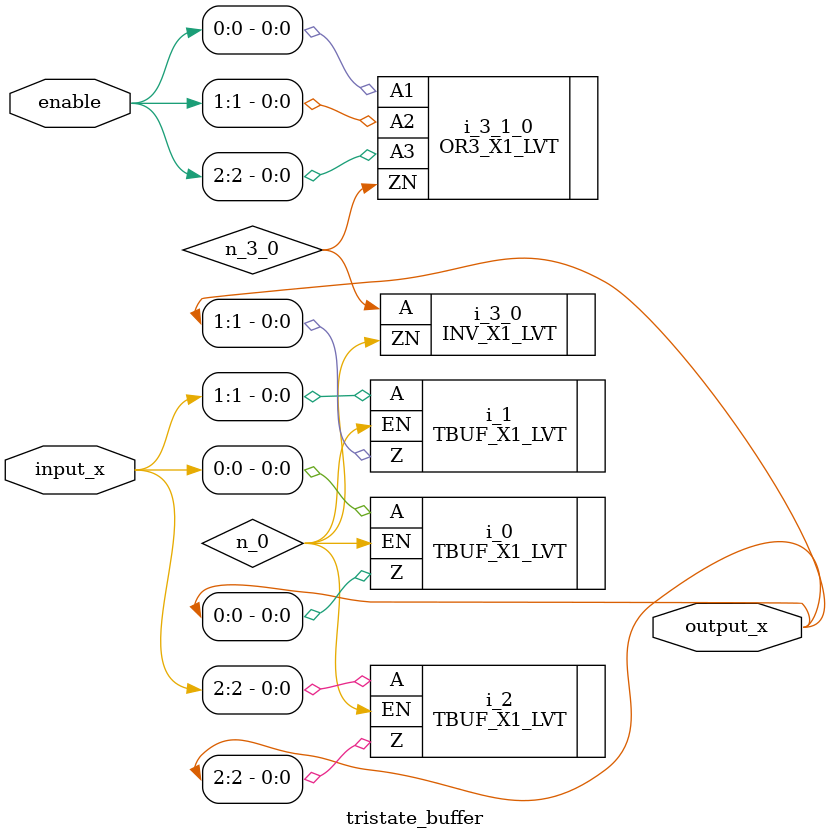
<source format=v>
module top(input_x,enable,output_x);
   input [4:0]input_x;
   input [4:0]enable;
   output [4:0]output_x;
  tristate_buffer_one U1 (.input_x(input_x[3]), .enable(enable[3]), .output_x(
      output_x[3]));
  tristate_buffer_one__0_0 U2 (.input_x(input_x[4]), .enable(enable[4]), 
      .output_x(output_x[3]));
  submodule U3 (.a(output_x[3]), .b(output_x[4]));
  tristate_buffer U0 (.input_x({input_x[2],input_x[1],input_x[0]}), .enable({
      enable[2],enable[1],enable[0]}), .output_x({output_x[2],output_x[1],
      output_x[0]}));
endmodule

module tristate_buffer_one(input_x,enable,output_x);
   input input_x;
   input enable;
   output output_x;
   wire n_0;
  INV_X1_LVT i_1_0 (.A(enable), .ZN(n_0));
  TBUF_X1_LVT i_0 (.A(input_x), .EN(n_0), .Z(output_x));
endmodule

module tristate_buffer_one__0_0(input_x,enable,output_x);
   input input_x;
   input enable;
   output output_x;
   wire n_0;
  INV_X1_LVT i_1_0 (.A(enable), .ZN(n_0));
  TBUF_X1_LVT i_0 (.A(input_x), .EN(n_0), .Z(output_x));
endmodule

module submodule(a,b);
   input a;
   output b;
  assign b = a;
endmodule

module tristate_buffer(input_x,enable,output_x);
   input [2:0]input_x;
   input [2:0]enable;
   output [2:0]output_x;
   wire n_3_0;
   wire n_0;
  OR3_X1_LVT i_3_1_0 (.A1(enable[0]), .A2(enable[1]), .A3(enable[2]), .ZN(n_3_0));
  INV_X1_LVT i_3_0 (.A(n_3_0), .ZN(n_0));
  TBUF_X1_LVT i_2 (.A(input_x[2]), .EN(n_0), .Z(output_x[2]));
  TBUF_X1_LVT i_1 (.A(input_x[1]), .EN(n_0), .Z(output_x[1]));
  TBUF_X1_LVT i_0 (.A(input_x[0]), .EN(n_0), .Z(output_x[0]));
endmodule


</source>
